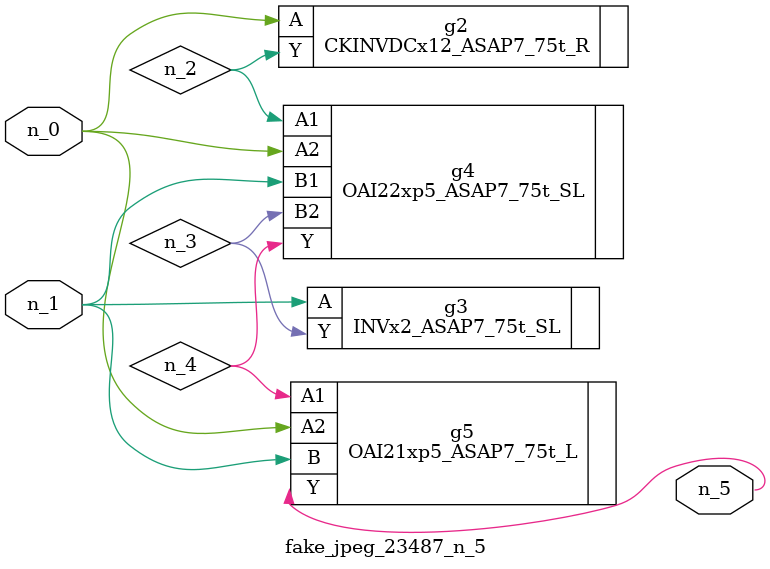
<source format=v>
module fake_jpeg_23487_n_5 (n_0, n_1, n_5);

input n_0;
input n_1;

output n_5;

wire n_3;
wire n_2;
wire n_4;

CKINVDCx12_ASAP7_75t_R g2 ( 
.A(n_0),
.Y(n_2)
);

INVx2_ASAP7_75t_SL g3 ( 
.A(n_1),
.Y(n_3)
);

OAI22xp5_ASAP7_75t_SL g4 ( 
.A1(n_2),
.A2(n_0),
.B1(n_1),
.B2(n_3),
.Y(n_4)
);

OAI21xp5_ASAP7_75t_L g5 ( 
.A1(n_4),
.A2(n_0),
.B(n_1),
.Y(n_5)
);


endmodule
</source>
